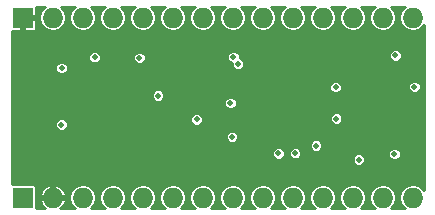
<source format=gbr>
G04 #@! TF.GenerationSoftware,KiCad,Pcbnew,(2017-08-02 revision 9760937)-master*
G04 #@! TF.CreationDate,2017-09-04T14:54:41-05:00*
G04 #@! TF.ProjectId,lofive,6C6F666976652E6B696361645F706362,0*
G04 #@! TF.SameCoordinates,Original*
G04 #@! TF.FileFunction,Copper,L2,Inr,Plane*
G04 #@! TF.FilePolarity,Positive*
%FSLAX46Y46*%
G04 Gerber Fmt 4.6, Leading zero omitted, Abs format (unit mm)*
G04 Created by KiCad (PCBNEW (2017-08-02 revision 9760937)-master) date Mon Sep  4 14:54:41 2017*
%MOMM*%
%LPD*%
G01*
G04 APERTURE LIST*
%ADD10O,1.727200X1.727200*%
%ADD11R,1.727200X1.727200*%
%ADD12C,0.508000*%
%ADD13C,0.254000*%
G04 APERTURE END LIST*
D10*
X135890000Y-110490000D03*
X133350000Y-110490000D03*
X130810000Y-110490000D03*
X128270000Y-110490000D03*
X125730000Y-110490000D03*
X123190000Y-110490000D03*
X120650000Y-110490000D03*
X118110000Y-110490000D03*
X115570000Y-110490000D03*
X113030000Y-110490000D03*
X110490000Y-110490000D03*
X107950000Y-110490000D03*
X105410000Y-110490000D03*
D11*
X102870000Y-110490000D03*
X102870000Y-125730000D03*
D10*
X105410000Y-125730000D03*
X107950000Y-125730000D03*
X110490000Y-125730000D03*
X113030000Y-125730000D03*
X115570000Y-125730000D03*
X118110000Y-125730000D03*
X120650000Y-125730000D03*
X123190000Y-125730000D03*
X125730000Y-125730000D03*
X128270000Y-125730000D03*
X130810000Y-125730000D03*
X133350000Y-125730000D03*
X135890000Y-125730000D03*
D12*
X114331510Y-117113523D03*
X112758220Y-113903760D03*
X121920000Y-126365000D03*
X106680000Y-126365000D03*
X109220000Y-126365000D03*
X111760000Y-126365000D03*
X106680000Y-109855000D03*
X109220000Y-109855000D03*
X111760000Y-109855000D03*
X114300000Y-109855000D03*
X116840000Y-109855000D03*
X119380000Y-109855000D03*
X121920000Y-109855000D03*
X124460000Y-109855000D03*
X127000000Y-109855000D03*
X129540000Y-109855000D03*
X132080000Y-109855000D03*
X134620000Y-109855000D03*
X134620000Y-126365000D03*
X132080000Y-126365000D03*
X129540000Y-126365000D03*
X127000000Y-126365000D03*
X124460000Y-126365000D03*
X119380000Y-126365000D03*
X116840000Y-126365000D03*
X114300000Y-126365000D03*
X114823240Y-121752360D03*
X114782600Y-118054120D03*
X125960000Y-116260000D03*
X124850000Y-116260000D03*
X123740000Y-116270000D03*
X122630000Y-116270000D03*
X122630000Y-117370000D03*
X125960000Y-117380000D03*
X124850000Y-117370000D03*
X123740000Y-117370000D03*
X122620000Y-118490000D03*
X125960000Y-118490000D03*
X124850000Y-118490000D03*
X123740000Y-118490000D03*
X122630000Y-119600000D03*
X123740000Y-119600000D03*
X125970000Y-119600000D03*
X124860000Y-119600000D03*
X103949500Y-120535700D03*
X103969820Y-115722400D03*
X106809540Y-121749820D03*
X106809540Y-116951760D03*
X111201200Y-113096040D03*
X118221760Y-115069620D03*
X118214140Y-113814860D03*
X112776000Y-121135140D03*
X120566180Y-123032520D03*
X118778020Y-121483120D03*
X132831840Y-112905540D03*
X130164842Y-116380260D03*
X131272280Y-116319300D03*
X132341620Y-119029480D03*
X135356600Y-120396000D03*
X132351780Y-122029220D03*
X130164840Y-119039640D03*
X127302260Y-123085860D03*
X125917960Y-123085860D03*
X120454420Y-117729000D03*
X136019540Y-116359940D03*
X134416800Y-113687860D03*
X117599460Y-119100600D03*
X129413000Y-119052340D03*
X120705880Y-113830100D03*
X106144060Y-119562880D03*
X125933200Y-121973340D03*
X124508680Y-121980960D03*
X120586500Y-120590680D03*
X129378507Y-116381327D03*
X121104660Y-114416840D03*
X108960920Y-113845340D03*
X106156760Y-114759740D03*
X127701040Y-121343420D03*
X134350000Y-122047000D03*
X131330700Y-122519440D03*
D13*
G36*
X104601777Y-109659384D02*
X104354006Y-110030200D01*
X104267000Y-110467607D01*
X104267000Y-110512393D01*
X104354006Y-110949800D01*
X104601777Y-111320616D01*
X104972593Y-111568387D01*
X105410000Y-111655393D01*
X105847407Y-111568387D01*
X106218223Y-111320616D01*
X106465994Y-110949800D01*
X106553000Y-110512393D01*
X106553000Y-110467607D01*
X106465994Y-110030200D01*
X106218223Y-109659384D01*
X106091035Y-109574400D01*
X107268965Y-109574400D01*
X107141777Y-109659384D01*
X106894006Y-110030200D01*
X106807000Y-110467607D01*
X106807000Y-110512393D01*
X106894006Y-110949800D01*
X107141777Y-111320616D01*
X107512593Y-111568387D01*
X107950000Y-111655393D01*
X108387407Y-111568387D01*
X108758223Y-111320616D01*
X109005994Y-110949800D01*
X109093000Y-110512393D01*
X109093000Y-110467607D01*
X109005994Y-110030200D01*
X108758223Y-109659384D01*
X108631035Y-109574400D01*
X109808965Y-109574400D01*
X109681777Y-109659384D01*
X109434006Y-110030200D01*
X109347000Y-110467607D01*
X109347000Y-110512393D01*
X109434006Y-110949800D01*
X109681777Y-111320616D01*
X110052593Y-111568387D01*
X110490000Y-111655393D01*
X110927407Y-111568387D01*
X111298223Y-111320616D01*
X111545994Y-110949800D01*
X111633000Y-110512393D01*
X111633000Y-110467607D01*
X111545994Y-110030200D01*
X111298223Y-109659384D01*
X111171035Y-109574400D01*
X112348965Y-109574400D01*
X112221777Y-109659384D01*
X111974006Y-110030200D01*
X111887000Y-110467607D01*
X111887000Y-110512393D01*
X111974006Y-110949800D01*
X112221777Y-111320616D01*
X112592593Y-111568387D01*
X113030000Y-111655393D01*
X113467407Y-111568387D01*
X113838223Y-111320616D01*
X114085994Y-110949800D01*
X114173000Y-110512393D01*
X114173000Y-110467607D01*
X114085994Y-110030200D01*
X113838223Y-109659384D01*
X113711035Y-109574400D01*
X114888965Y-109574400D01*
X114761777Y-109659384D01*
X114514006Y-110030200D01*
X114427000Y-110467607D01*
X114427000Y-110512393D01*
X114514006Y-110949800D01*
X114761777Y-111320616D01*
X115132593Y-111568387D01*
X115570000Y-111655393D01*
X116007407Y-111568387D01*
X116378223Y-111320616D01*
X116625994Y-110949800D01*
X116713000Y-110512393D01*
X116713000Y-110467607D01*
X116625994Y-110030200D01*
X116378223Y-109659384D01*
X116251035Y-109574400D01*
X117428965Y-109574400D01*
X117301777Y-109659384D01*
X117054006Y-110030200D01*
X116967000Y-110467607D01*
X116967000Y-110512393D01*
X117054006Y-110949800D01*
X117301777Y-111320616D01*
X117672593Y-111568387D01*
X118110000Y-111655393D01*
X118547407Y-111568387D01*
X118918223Y-111320616D01*
X119165994Y-110949800D01*
X119253000Y-110512393D01*
X119253000Y-110467607D01*
X119165994Y-110030200D01*
X118918223Y-109659384D01*
X118791035Y-109574400D01*
X119968965Y-109574400D01*
X119841777Y-109659384D01*
X119594006Y-110030200D01*
X119507000Y-110467607D01*
X119507000Y-110512393D01*
X119594006Y-110949800D01*
X119841777Y-111320616D01*
X120212593Y-111568387D01*
X120650000Y-111655393D01*
X121087407Y-111568387D01*
X121458223Y-111320616D01*
X121705994Y-110949800D01*
X121793000Y-110512393D01*
X121793000Y-110467607D01*
X121705994Y-110030200D01*
X121458223Y-109659384D01*
X121331035Y-109574400D01*
X122508965Y-109574400D01*
X122381777Y-109659384D01*
X122134006Y-110030200D01*
X122047000Y-110467607D01*
X122047000Y-110512393D01*
X122134006Y-110949800D01*
X122381777Y-111320616D01*
X122752593Y-111568387D01*
X123190000Y-111655393D01*
X123627407Y-111568387D01*
X123998223Y-111320616D01*
X124245994Y-110949800D01*
X124333000Y-110512393D01*
X124333000Y-110467607D01*
X124245994Y-110030200D01*
X123998223Y-109659384D01*
X123871035Y-109574400D01*
X125048965Y-109574400D01*
X124921777Y-109659384D01*
X124674006Y-110030200D01*
X124587000Y-110467607D01*
X124587000Y-110512393D01*
X124674006Y-110949800D01*
X124921777Y-111320616D01*
X125292593Y-111568387D01*
X125730000Y-111655393D01*
X126167407Y-111568387D01*
X126538223Y-111320616D01*
X126785994Y-110949800D01*
X126873000Y-110512393D01*
X126873000Y-110467607D01*
X126785994Y-110030200D01*
X126538223Y-109659384D01*
X126411035Y-109574400D01*
X127588965Y-109574400D01*
X127461777Y-109659384D01*
X127214006Y-110030200D01*
X127127000Y-110467607D01*
X127127000Y-110512393D01*
X127214006Y-110949800D01*
X127461777Y-111320616D01*
X127832593Y-111568387D01*
X128270000Y-111655393D01*
X128707407Y-111568387D01*
X129078223Y-111320616D01*
X129325994Y-110949800D01*
X129413000Y-110512393D01*
X129413000Y-110467607D01*
X129325994Y-110030200D01*
X129078223Y-109659384D01*
X128951035Y-109574400D01*
X130128965Y-109574400D01*
X130001777Y-109659384D01*
X129754006Y-110030200D01*
X129667000Y-110467607D01*
X129667000Y-110512393D01*
X129754006Y-110949800D01*
X130001777Y-111320616D01*
X130372593Y-111568387D01*
X130810000Y-111655393D01*
X131247407Y-111568387D01*
X131618223Y-111320616D01*
X131865994Y-110949800D01*
X131953000Y-110512393D01*
X131953000Y-110467607D01*
X131865994Y-110030200D01*
X131618223Y-109659384D01*
X131491035Y-109574400D01*
X132668965Y-109574400D01*
X132541777Y-109659384D01*
X132294006Y-110030200D01*
X132207000Y-110467607D01*
X132207000Y-110512393D01*
X132294006Y-110949800D01*
X132541777Y-111320616D01*
X132912593Y-111568387D01*
X133350000Y-111655393D01*
X133787407Y-111568387D01*
X134158223Y-111320616D01*
X134405994Y-110949800D01*
X134493000Y-110512393D01*
X134493000Y-110467607D01*
X134405994Y-110030200D01*
X134158223Y-109659384D01*
X134031035Y-109574400D01*
X135208965Y-109574400D01*
X135081777Y-109659384D01*
X134834006Y-110030200D01*
X134747000Y-110467607D01*
X134747000Y-110512393D01*
X134834006Y-110949800D01*
X135081777Y-111320616D01*
X135452593Y-111568387D01*
X135890000Y-111655393D01*
X136327407Y-111568387D01*
X136698223Y-111320616D01*
X136805600Y-111159915D01*
X136805600Y-125060085D01*
X136698223Y-124899384D01*
X136327407Y-124651613D01*
X135890000Y-124564607D01*
X135452593Y-124651613D01*
X135081777Y-124899384D01*
X134834006Y-125270200D01*
X134747000Y-125707607D01*
X134747000Y-125752393D01*
X134834006Y-126189800D01*
X135081777Y-126560616D01*
X135208965Y-126645600D01*
X134031035Y-126645600D01*
X134158223Y-126560616D01*
X134405994Y-126189800D01*
X134493000Y-125752393D01*
X134493000Y-125707607D01*
X134405994Y-125270200D01*
X134158223Y-124899384D01*
X133787407Y-124651613D01*
X133350000Y-124564607D01*
X132912593Y-124651613D01*
X132541777Y-124899384D01*
X132294006Y-125270200D01*
X132207000Y-125707607D01*
X132207000Y-125752393D01*
X132294006Y-126189800D01*
X132541777Y-126560616D01*
X132668965Y-126645600D01*
X131491035Y-126645600D01*
X131618223Y-126560616D01*
X131865994Y-126189800D01*
X131953000Y-125752393D01*
X131953000Y-125707607D01*
X131865994Y-125270200D01*
X131618223Y-124899384D01*
X131247407Y-124651613D01*
X130810000Y-124564607D01*
X130372593Y-124651613D01*
X130001777Y-124899384D01*
X129754006Y-125270200D01*
X129667000Y-125707607D01*
X129667000Y-125752393D01*
X129754006Y-126189800D01*
X130001777Y-126560616D01*
X130128965Y-126645600D01*
X128951035Y-126645600D01*
X129078223Y-126560616D01*
X129325994Y-126189800D01*
X129413000Y-125752393D01*
X129413000Y-125707607D01*
X129325994Y-125270200D01*
X129078223Y-124899384D01*
X128707407Y-124651613D01*
X128270000Y-124564607D01*
X127832593Y-124651613D01*
X127461777Y-124899384D01*
X127214006Y-125270200D01*
X127127000Y-125707607D01*
X127127000Y-125752393D01*
X127214006Y-126189800D01*
X127461777Y-126560616D01*
X127588965Y-126645600D01*
X126411035Y-126645600D01*
X126538223Y-126560616D01*
X126785994Y-126189800D01*
X126873000Y-125752393D01*
X126873000Y-125707607D01*
X126785994Y-125270200D01*
X126538223Y-124899384D01*
X126167407Y-124651613D01*
X125730000Y-124564607D01*
X125292593Y-124651613D01*
X124921777Y-124899384D01*
X124674006Y-125270200D01*
X124587000Y-125707607D01*
X124587000Y-125752393D01*
X124674006Y-126189800D01*
X124921777Y-126560616D01*
X125048965Y-126645600D01*
X123871035Y-126645600D01*
X123998223Y-126560616D01*
X124245994Y-126189800D01*
X124333000Y-125752393D01*
X124333000Y-125707607D01*
X124245994Y-125270200D01*
X123998223Y-124899384D01*
X123627407Y-124651613D01*
X123190000Y-124564607D01*
X122752593Y-124651613D01*
X122381777Y-124899384D01*
X122134006Y-125270200D01*
X122047000Y-125707607D01*
X122047000Y-125752393D01*
X122134006Y-126189800D01*
X122381777Y-126560616D01*
X122508965Y-126645600D01*
X121331035Y-126645600D01*
X121458223Y-126560616D01*
X121705994Y-126189800D01*
X121793000Y-125752393D01*
X121793000Y-125707607D01*
X121705994Y-125270200D01*
X121458223Y-124899384D01*
X121087407Y-124651613D01*
X120650000Y-124564607D01*
X120212593Y-124651613D01*
X119841777Y-124899384D01*
X119594006Y-125270200D01*
X119507000Y-125707607D01*
X119507000Y-125752393D01*
X119594006Y-126189800D01*
X119841777Y-126560616D01*
X119968965Y-126645600D01*
X118791035Y-126645600D01*
X118918223Y-126560616D01*
X119165994Y-126189800D01*
X119253000Y-125752393D01*
X119253000Y-125707607D01*
X119165994Y-125270200D01*
X118918223Y-124899384D01*
X118547407Y-124651613D01*
X118110000Y-124564607D01*
X117672593Y-124651613D01*
X117301777Y-124899384D01*
X117054006Y-125270200D01*
X116967000Y-125707607D01*
X116967000Y-125752393D01*
X117054006Y-126189800D01*
X117301777Y-126560616D01*
X117428965Y-126645600D01*
X116251035Y-126645600D01*
X116378223Y-126560616D01*
X116625994Y-126189800D01*
X116713000Y-125752393D01*
X116713000Y-125707607D01*
X116625994Y-125270200D01*
X116378223Y-124899384D01*
X116007407Y-124651613D01*
X115570000Y-124564607D01*
X115132593Y-124651613D01*
X114761777Y-124899384D01*
X114514006Y-125270200D01*
X114427000Y-125707607D01*
X114427000Y-125752393D01*
X114514006Y-126189800D01*
X114761777Y-126560616D01*
X114888965Y-126645600D01*
X113711035Y-126645600D01*
X113838223Y-126560616D01*
X114085994Y-126189800D01*
X114173000Y-125752393D01*
X114173000Y-125707607D01*
X114085994Y-125270200D01*
X113838223Y-124899384D01*
X113467407Y-124651613D01*
X113030000Y-124564607D01*
X112592593Y-124651613D01*
X112221777Y-124899384D01*
X111974006Y-125270200D01*
X111887000Y-125707607D01*
X111887000Y-125752393D01*
X111974006Y-126189800D01*
X112221777Y-126560616D01*
X112348965Y-126645600D01*
X111171035Y-126645600D01*
X111298223Y-126560616D01*
X111545994Y-126189800D01*
X111633000Y-125752393D01*
X111633000Y-125707607D01*
X111545994Y-125270200D01*
X111298223Y-124899384D01*
X110927407Y-124651613D01*
X110490000Y-124564607D01*
X110052593Y-124651613D01*
X109681777Y-124899384D01*
X109434006Y-125270200D01*
X109347000Y-125707607D01*
X109347000Y-125752393D01*
X109434006Y-126189800D01*
X109681777Y-126560616D01*
X109808965Y-126645600D01*
X108631035Y-126645600D01*
X108758223Y-126560616D01*
X109005994Y-126189800D01*
X109093000Y-125752393D01*
X109093000Y-125707607D01*
X109005994Y-125270200D01*
X108758223Y-124899384D01*
X108387407Y-124651613D01*
X107950000Y-124564607D01*
X107512593Y-124651613D01*
X107141777Y-124899384D01*
X106894006Y-125270200D01*
X106807000Y-125707607D01*
X106807000Y-125752393D01*
X106894006Y-126189800D01*
X107141777Y-126560616D01*
X107268965Y-126645600D01*
X106065126Y-126645600D01*
X106312187Y-126431810D01*
X106512083Y-126033136D01*
X106476085Y-125857000D01*
X105537000Y-125857000D01*
X105537000Y-125877000D01*
X105283000Y-125877000D01*
X105283000Y-125857000D01*
X104343915Y-125857000D01*
X104307917Y-126033136D01*
X104507813Y-126431810D01*
X104754874Y-126645600D01*
X104008129Y-126645600D01*
X104018473Y-126593600D01*
X104018473Y-125426864D01*
X104307917Y-125426864D01*
X104343915Y-125603000D01*
X105283000Y-125603000D01*
X105283000Y-124664391D01*
X105537000Y-124664391D01*
X105537000Y-125603000D01*
X106476085Y-125603000D01*
X106512083Y-125426864D01*
X106312187Y-125028190D01*
X105974941Y-124736360D01*
X105713134Y-124627929D01*
X105537000Y-124664391D01*
X105283000Y-124664391D01*
X105106866Y-124627929D01*
X104845059Y-124736360D01*
X104507813Y-125028190D01*
X104307917Y-125426864D01*
X104018473Y-125426864D01*
X104018473Y-124866400D01*
X103996788Y-124757384D01*
X103935036Y-124664964D01*
X103842616Y-124603212D01*
X103733600Y-124581527D01*
X102006400Y-124581527D01*
X101954400Y-124591871D01*
X101954400Y-122625074D01*
X130797208Y-122625074D01*
X130878242Y-122821192D01*
X131028159Y-122971371D01*
X131224135Y-123052747D01*
X131436334Y-123052932D01*
X131632452Y-122971898D01*
X131782631Y-122821981D01*
X131864007Y-122626005D01*
X131864192Y-122413806D01*
X131783158Y-122217688D01*
X131718218Y-122152634D01*
X133816508Y-122152634D01*
X133897542Y-122348752D01*
X134047459Y-122498931D01*
X134243435Y-122580307D01*
X134455634Y-122580492D01*
X134651752Y-122499458D01*
X134801931Y-122349541D01*
X134883307Y-122153565D01*
X134883492Y-121941366D01*
X134802458Y-121745248D01*
X134652541Y-121595069D01*
X134456565Y-121513693D01*
X134244366Y-121513508D01*
X134048248Y-121594542D01*
X133898069Y-121744459D01*
X133816693Y-121940435D01*
X133816508Y-122152634D01*
X131718218Y-122152634D01*
X131633241Y-122067509D01*
X131437265Y-121986133D01*
X131225066Y-121985948D01*
X131028948Y-122066982D01*
X130878769Y-122216899D01*
X130797393Y-122412875D01*
X130797208Y-122625074D01*
X101954400Y-122625074D01*
X101954400Y-122086594D01*
X123975188Y-122086594D01*
X124056222Y-122282712D01*
X124206139Y-122432891D01*
X124402115Y-122514267D01*
X124614314Y-122514452D01*
X124810432Y-122433418D01*
X124960611Y-122283501D01*
X125041987Y-122087525D01*
X125041994Y-122078974D01*
X125399708Y-122078974D01*
X125480742Y-122275092D01*
X125630659Y-122425271D01*
X125826635Y-122506647D01*
X126038834Y-122506832D01*
X126234952Y-122425798D01*
X126385131Y-122275881D01*
X126466507Y-122079905D01*
X126466692Y-121867706D01*
X126385658Y-121671588D01*
X126235741Y-121521409D01*
X126061491Y-121449054D01*
X127167548Y-121449054D01*
X127248582Y-121645172D01*
X127398499Y-121795351D01*
X127594475Y-121876727D01*
X127806674Y-121876912D01*
X128002792Y-121795878D01*
X128152971Y-121645961D01*
X128234347Y-121449985D01*
X128234532Y-121237786D01*
X128153498Y-121041668D01*
X128003581Y-120891489D01*
X127807605Y-120810113D01*
X127595406Y-120809928D01*
X127399288Y-120890962D01*
X127249109Y-121040879D01*
X127167733Y-121236855D01*
X127167548Y-121449054D01*
X126061491Y-121449054D01*
X126039765Y-121440033D01*
X125827566Y-121439848D01*
X125631448Y-121520882D01*
X125481269Y-121670799D01*
X125399893Y-121866775D01*
X125399708Y-122078974D01*
X125041994Y-122078974D01*
X125042172Y-121875326D01*
X124961138Y-121679208D01*
X124811221Y-121529029D01*
X124615245Y-121447653D01*
X124403046Y-121447468D01*
X124206928Y-121528502D01*
X124056749Y-121678419D01*
X123975373Y-121874395D01*
X123975188Y-122086594D01*
X101954400Y-122086594D01*
X101954400Y-120696314D01*
X120053008Y-120696314D01*
X120134042Y-120892432D01*
X120283959Y-121042611D01*
X120479935Y-121123987D01*
X120692134Y-121124172D01*
X120888252Y-121043138D01*
X121038431Y-120893221D01*
X121119807Y-120697245D01*
X121119992Y-120485046D01*
X121038958Y-120288928D01*
X120889041Y-120138749D01*
X120693065Y-120057373D01*
X120480866Y-120057188D01*
X120284748Y-120138222D01*
X120134569Y-120288139D01*
X120053193Y-120484115D01*
X120053008Y-120696314D01*
X101954400Y-120696314D01*
X101954400Y-119668514D01*
X105610568Y-119668514D01*
X105691602Y-119864632D01*
X105841519Y-120014811D01*
X106037495Y-120096187D01*
X106249694Y-120096372D01*
X106445812Y-120015338D01*
X106595991Y-119865421D01*
X106677367Y-119669445D01*
X106677552Y-119457246D01*
X106596518Y-119261128D01*
X106541720Y-119206234D01*
X117065968Y-119206234D01*
X117147002Y-119402352D01*
X117296919Y-119552531D01*
X117492895Y-119633907D01*
X117705094Y-119634092D01*
X117901212Y-119553058D01*
X118051391Y-119403141D01*
X118132767Y-119207165D01*
X118132809Y-119157974D01*
X128879508Y-119157974D01*
X128960542Y-119354092D01*
X129110459Y-119504271D01*
X129306435Y-119585647D01*
X129518634Y-119585832D01*
X129714752Y-119504798D01*
X129864931Y-119354881D01*
X129946307Y-119158905D01*
X129946492Y-118946706D01*
X129865458Y-118750588D01*
X129715541Y-118600409D01*
X129519565Y-118519033D01*
X129307366Y-118518848D01*
X129111248Y-118599882D01*
X128961069Y-118749799D01*
X128879693Y-118945775D01*
X128879508Y-119157974D01*
X118132809Y-119157974D01*
X118132952Y-118994966D01*
X118051918Y-118798848D01*
X117902001Y-118648669D01*
X117706025Y-118567293D01*
X117493826Y-118567108D01*
X117297708Y-118648142D01*
X117147529Y-118798059D01*
X117066153Y-118994035D01*
X117065968Y-119206234D01*
X106541720Y-119206234D01*
X106446601Y-119110949D01*
X106250625Y-119029573D01*
X106038426Y-119029388D01*
X105842308Y-119110422D01*
X105692129Y-119260339D01*
X105610753Y-119456315D01*
X105610568Y-119668514D01*
X101954400Y-119668514D01*
X101954400Y-117834634D01*
X119920928Y-117834634D01*
X120001962Y-118030752D01*
X120151879Y-118180931D01*
X120347855Y-118262307D01*
X120560054Y-118262492D01*
X120756172Y-118181458D01*
X120906351Y-118031541D01*
X120987727Y-117835565D01*
X120987912Y-117623366D01*
X120906878Y-117427248D01*
X120756961Y-117277069D01*
X120560985Y-117195693D01*
X120348786Y-117195508D01*
X120152668Y-117276542D01*
X120002489Y-117426459D01*
X119921113Y-117622435D01*
X119920928Y-117834634D01*
X101954400Y-117834634D01*
X101954400Y-117219157D01*
X113798018Y-117219157D01*
X113879052Y-117415275D01*
X114028969Y-117565454D01*
X114224945Y-117646830D01*
X114437144Y-117647015D01*
X114633262Y-117565981D01*
X114783441Y-117416064D01*
X114864817Y-117220088D01*
X114865002Y-117007889D01*
X114783968Y-116811771D01*
X114634051Y-116661592D01*
X114438075Y-116580216D01*
X114225876Y-116580031D01*
X114029758Y-116661065D01*
X113879579Y-116810982D01*
X113798203Y-117006958D01*
X113798018Y-117219157D01*
X101954400Y-117219157D01*
X101954400Y-116486961D01*
X128845015Y-116486961D01*
X128926049Y-116683079D01*
X129075966Y-116833258D01*
X129271942Y-116914634D01*
X129484141Y-116914819D01*
X129680259Y-116833785D01*
X129830438Y-116683868D01*
X129911814Y-116487892D01*
X129911833Y-116465574D01*
X135486048Y-116465574D01*
X135567082Y-116661692D01*
X135716999Y-116811871D01*
X135912975Y-116893247D01*
X136125174Y-116893432D01*
X136321292Y-116812398D01*
X136471471Y-116662481D01*
X136552847Y-116466505D01*
X136553032Y-116254306D01*
X136471998Y-116058188D01*
X136322081Y-115908009D01*
X136126105Y-115826633D01*
X135913906Y-115826448D01*
X135717788Y-115907482D01*
X135567609Y-116057399D01*
X135486233Y-116253375D01*
X135486048Y-116465574D01*
X129911833Y-116465574D01*
X129911999Y-116275693D01*
X129830965Y-116079575D01*
X129681048Y-115929396D01*
X129485072Y-115848020D01*
X129272873Y-115847835D01*
X129076755Y-115928869D01*
X128926576Y-116078786D01*
X128845200Y-116274762D01*
X128845015Y-116486961D01*
X101954400Y-116486961D01*
X101954400Y-114865374D01*
X105623268Y-114865374D01*
X105704302Y-115061492D01*
X105854219Y-115211671D01*
X106050195Y-115293047D01*
X106262394Y-115293232D01*
X106458512Y-115212198D01*
X106608691Y-115062281D01*
X106690067Y-114866305D01*
X106690252Y-114654106D01*
X106609218Y-114457988D01*
X106459301Y-114307809D01*
X106263325Y-114226433D01*
X106051126Y-114226248D01*
X105855008Y-114307282D01*
X105704829Y-114457199D01*
X105623453Y-114653175D01*
X105623268Y-114865374D01*
X101954400Y-114865374D01*
X101954400Y-113950974D01*
X108427428Y-113950974D01*
X108508462Y-114147092D01*
X108658379Y-114297271D01*
X108854355Y-114378647D01*
X109066554Y-114378832D01*
X109262672Y-114297798D01*
X109412851Y-114147881D01*
X109470355Y-114009394D01*
X112224728Y-114009394D01*
X112305762Y-114205512D01*
X112455679Y-114355691D01*
X112651655Y-114437067D01*
X112863854Y-114437252D01*
X113059972Y-114356218D01*
X113210151Y-114206301D01*
X113291527Y-114010325D01*
X113291592Y-113935734D01*
X120172388Y-113935734D01*
X120253422Y-114131852D01*
X120403339Y-114282031D01*
X120571317Y-114351781D01*
X120571168Y-114522474D01*
X120652202Y-114718592D01*
X120802119Y-114868771D01*
X120998095Y-114950147D01*
X121210294Y-114950332D01*
X121406412Y-114869298D01*
X121556591Y-114719381D01*
X121637967Y-114523405D01*
X121638152Y-114311206D01*
X121557118Y-114115088D01*
X121407201Y-113964909D01*
X121239223Y-113895159D01*
X121239311Y-113793494D01*
X133883308Y-113793494D01*
X133964342Y-113989612D01*
X134114259Y-114139791D01*
X134310235Y-114221167D01*
X134522434Y-114221352D01*
X134718552Y-114140318D01*
X134868731Y-113990401D01*
X134950107Y-113794425D01*
X134950292Y-113582226D01*
X134869258Y-113386108D01*
X134719341Y-113235929D01*
X134523365Y-113154553D01*
X134311166Y-113154368D01*
X134115048Y-113235402D01*
X133964869Y-113385319D01*
X133883493Y-113581295D01*
X133883308Y-113793494D01*
X121239311Y-113793494D01*
X121239372Y-113724466D01*
X121158338Y-113528348D01*
X121008421Y-113378169D01*
X120812445Y-113296793D01*
X120600246Y-113296608D01*
X120404128Y-113377642D01*
X120253949Y-113527559D01*
X120172573Y-113723535D01*
X120172388Y-113935734D01*
X113291592Y-113935734D01*
X113291712Y-113798126D01*
X113210678Y-113602008D01*
X113060761Y-113451829D01*
X112864785Y-113370453D01*
X112652586Y-113370268D01*
X112456468Y-113451302D01*
X112306289Y-113601219D01*
X112224913Y-113797195D01*
X112224728Y-114009394D01*
X109470355Y-114009394D01*
X109494227Y-113951905D01*
X109494412Y-113739706D01*
X109413378Y-113543588D01*
X109263461Y-113393409D01*
X109067485Y-113312033D01*
X108855286Y-113311848D01*
X108659168Y-113392882D01*
X108508989Y-113542799D01*
X108427613Y-113738775D01*
X108427428Y-113950974D01*
X101954400Y-113950974D01*
X101954400Y-111633000D01*
X102673150Y-111633000D01*
X102743000Y-111563150D01*
X102743000Y-110617000D01*
X102997000Y-110617000D01*
X102997000Y-111563150D01*
X103066850Y-111633000D01*
X103789176Y-111633000D01*
X103891867Y-111590464D01*
X103970464Y-111511867D01*
X104013000Y-111409176D01*
X104013000Y-110686850D01*
X103943150Y-110617000D01*
X102997000Y-110617000D01*
X102743000Y-110617000D01*
X102723000Y-110617000D01*
X102723000Y-110363000D01*
X102743000Y-110363000D01*
X102743000Y-110343000D01*
X102997000Y-110343000D01*
X102997000Y-110363000D01*
X103943150Y-110363000D01*
X104013000Y-110293150D01*
X104013000Y-109574400D01*
X104728965Y-109574400D01*
X104601777Y-109659384D01*
X104601777Y-109659384D01*
G37*
X104601777Y-109659384D02*
X104354006Y-110030200D01*
X104267000Y-110467607D01*
X104267000Y-110512393D01*
X104354006Y-110949800D01*
X104601777Y-111320616D01*
X104972593Y-111568387D01*
X105410000Y-111655393D01*
X105847407Y-111568387D01*
X106218223Y-111320616D01*
X106465994Y-110949800D01*
X106553000Y-110512393D01*
X106553000Y-110467607D01*
X106465994Y-110030200D01*
X106218223Y-109659384D01*
X106091035Y-109574400D01*
X107268965Y-109574400D01*
X107141777Y-109659384D01*
X106894006Y-110030200D01*
X106807000Y-110467607D01*
X106807000Y-110512393D01*
X106894006Y-110949800D01*
X107141777Y-111320616D01*
X107512593Y-111568387D01*
X107950000Y-111655393D01*
X108387407Y-111568387D01*
X108758223Y-111320616D01*
X109005994Y-110949800D01*
X109093000Y-110512393D01*
X109093000Y-110467607D01*
X109005994Y-110030200D01*
X108758223Y-109659384D01*
X108631035Y-109574400D01*
X109808965Y-109574400D01*
X109681777Y-109659384D01*
X109434006Y-110030200D01*
X109347000Y-110467607D01*
X109347000Y-110512393D01*
X109434006Y-110949800D01*
X109681777Y-111320616D01*
X110052593Y-111568387D01*
X110490000Y-111655393D01*
X110927407Y-111568387D01*
X111298223Y-111320616D01*
X111545994Y-110949800D01*
X111633000Y-110512393D01*
X111633000Y-110467607D01*
X111545994Y-110030200D01*
X111298223Y-109659384D01*
X111171035Y-109574400D01*
X112348965Y-109574400D01*
X112221777Y-109659384D01*
X111974006Y-110030200D01*
X111887000Y-110467607D01*
X111887000Y-110512393D01*
X111974006Y-110949800D01*
X112221777Y-111320616D01*
X112592593Y-111568387D01*
X113030000Y-111655393D01*
X113467407Y-111568387D01*
X113838223Y-111320616D01*
X114085994Y-110949800D01*
X114173000Y-110512393D01*
X114173000Y-110467607D01*
X114085994Y-110030200D01*
X113838223Y-109659384D01*
X113711035Y-109574400D01*
X114888965Y-109574400D01*
X114761777Y-109659384D01*
X114514006Y-110030200D01*
X114427000Y-110467607D01*
X114427000Y-110512393D01*
X114514006Y-110949800D01*
X114761777Y-111320616D01*
X115132593Y-111568387D01*
X115570000Y-111655393D01*
X116007407Y-111568387D01*
X116378223Y-111320616D01*
X116625994Y-110949800D01*
X116713000Y-110512393D01*
X116713000Y-110467607D01*
X116625994Y-110030200D01*
X116378223Y-109659384D01*
X116251035Y-109574400D01*
X117428965Y-109574400D01*
X117301777Y-109659384D01*
X117054006Y-110030200D01*
X116967000Y-110467607D01*
X116967000Y-110512393D01*
X117054006Y-110949800D01*
X117301777Y-111320616D01*
X117672593Y-111568387D01*
X118110000Y-111655393D01*
X118547407Y-111568387D01*
X118918223Y-111320616D01*
X119165994Y-110949800D01*
X119253000Y-110512393D01*
X119253000Y-110467607D01*
X119165994Y-110030200D01*
X118918223Y-109659384D01*
X118791035Y-109574400D01*
X119968965Y-109574400D01*
X119841777Y-109659384D01*
X119594006Y-110030200D01*
X119507000Y-110467607D01*
X119507000Y-110512393D01*
X119594006Y-110949800D01*
X119841777Y-111320616D01*
X120212593Y-111568387D01*
X120650000Y-111655393D01*
X121087407Y-111568387D01*
X121458223Y-111320616D01*
X121705994Y-110949800D01*
X121793000Y-110512393D01*
X121793000Y-110467607D01*
X121705994Y-110030200D01*
X121458223Y-109659384D01*
X121331035Y-109574400D01*
X122508965Y-109574400D01*
X122381777Y-109659384D01*
X122134006Y-110030200D01*
X122047000Y-110467607D01*
X122047000Y-110512393D01*
X122134006Y-110949800D01*
X122381777Y-111320616D01*
X122752593Y-111568387D01*
X123190000Y-111655393D01*
X123627407Y-111568387D01*
X123998223Y-111320616D01*
X124245994Y-110949800D01*
X124333000Y-110512393D01*
X124333000Y-110467607D01*
X124245994Y-110030200D01*
X123998223Y-109659384D01*
X123871035Y-109574400D01*
X125048965Y-109574400D01*
X124921777Y-109659384D01*
X124674006Y-110030200D01*
X124587000Y-110467607D01*
X124587000Y-110512393D01*
X124674006Y-110949800D01*
X124921777Y-111320616D01*
X125292593Y-111568387D01*
X125730000Y-111655393D01*
X126167407Y-111568387D01*
X126538223Y-111320616D01*
X126785994Y-110949800D01*
X126873000Y-110512393D01*
X126873000Y-110467607D01*
X126785994Y-110030200D01*
X126538223Y-109659384D01*
X126411035Y-109574400D01*
X127588965Y-109574400D01*
X127461777Y-109659384D01*
X127214006Y-110030200D01*
X127127000Y-110467607D01*
X127127000Y-110512393D01*
X127214006Y-110949800D01*
X127461777Y-111320616D01*
X127832593Y-111568387D01*
X128270000Y-111655393D01*
X128707407Y-111568387D01*
X129078223Y-111320616D01*
X129325994Y-110949800D01*
X129413000Y-110512393D01*
X129413000Y-110467607D01*
X129325994Y-110030200D01*
X129078223Y-109659384D01*
X128951035Y-109574400D01*
X130128965Y-109574400D01*
X130001777Y-109659384D01*
X129754006Y-110030200D01*
X129667000Y-110467607D01*
X129667000Y-110512393D01*
X129754006Y-110949800D01*
X130001777Y-111320616D01*
X130372593Y-111568387D01*
X130810000Y-111655393D01*
X131247407Y-111568387D01*
X131618223Y-111320616D01*
X131865994Y-110949800D01*
X131953000Y-110512393D01*
X131953000Y-110467607D01*
X131865994Y-110030200D01*
X131618223Y-109659384D01*
X131491035Y-109574400D01*
X132668965Y-109574400D01*
X132541777Y-109659384D01*
X132294006Y-110030200D01*
X132207000Y-110467607D01*
X132207000Y-110512393D01*
X132294006Y-110949800D01*
X132541777Y-111320616D01*
X132912593Y-111568387D01*
X133350000Y-111655393D01*
X133787407Y-111568387D01*
X134158223Y-111320616D01*
X134405994Y-110949800D01*
X134493000Y-110512393D01*
X134493000Y-110467607D01*
X134405994Y-110030200D01*
X134158223Y-109659384D01*
X134031035Y-109574400D01*
X135208965Y-109574400D01*
X135081777Y-109659384D01*
X134834006Y-110030200D01*
X134747000Y-110467607D01*
X134747000Y-110512393D01*
X134834006Y-110949800D01*
X135081777Y-111320616D01*
X135452593Y-111568387D01*
X135890000Y-111655393D01*
X136327407Y-111568387D01*
X136698223Y-111320616D01*
X136805600Y-111159915D01*
X136805600Y-125060085D01*
X136698223Y-124899384D01*
X136327407Y-124651613D01*
X135890000Y-124564607D01*
X135452593Y-124651613D01*
X135081777Y-124899384D01*
X134834006Y-125270200D01*
X134747000Y-125707607D01*
X134747000Y-125752393D01*
X134834006Y-126189800D01*
X135081777Y-126560616D01*
X135208965Y-126645600D01*
X134031035Y-126645600D01*
X134158223Y-126560616D01*
X134405994Y-126189800D01*
X134493000Y-125752393D01*
X134493000Y-125707607D01*
X134405994Y-125270200D01*
X134158223Y-124899384D01*
X133787407Y-124651613D01*
X133350000Y-124564607D01*
X132912593Y-124651613D01*
X132541777Y-124899384D01*
X132294006Y-125270200D01*
X132207000Y-125707607D01*
X132207000Y-125752393D01*
X132294006Y-126189800D01*
X132541777Y-126560616D01*
X132668965Y-126645600D01*
X131491035Y-126645600D01*
X131618223Y-126560616D01*
X131865994Y-126189800D01*
X131953000Y-125752393D01*
X131953000Y-125707607D01*
X131865994Y-125270200D01*
X131618223Y-124899384D01*
X131247407Y-124651613D01*
X130810000Y-124564607D01*
X130372593Y-124651613D01*
X130001777Y-124899384D01*
X129754006Y-125270200D01*
X129667000Y-125707607D01*
X129667000Y-125752393D01*
X129754006Y-126189800D01*
X130001777Y-126560616D01*
X130128965Y-126645600D01*
X128951035Y-126645600D01*
X129078223Y-126560616D01*
X129325994Y-126189800D01*
X129413000Y-125752393D01*
X129413000Y-125707607D01*
X129325994Y-125270200D01*
X129078223Y-124899384D01*
X128707407Y-124651613D01*
X128270000Y-124564607D01*
X127832593Y-124651613D01*
X127461777Y-124899384D01*
X127214006Y-125270200D01*
X127127000Y-125707607D01*
X127127000Y-125752393D01*
X127214006Y-126189800D01*
X127461777Y-126560616D01*
X127588965Y-126645600D01*
X126411035Y-126645600D01*
X126538223Y-126560616D01*
X126785994Y-126189800D01*
X126873000Y-125752393D01*
X126873000Y-125707607D01*
X126785994Y-125270200D01*
X126538223Y-124899384D01*
X126167407Y-124651613D01*
X125730000Y-124564607D01*
X125292593Y-124651613D01*
X124921777Y-124899384D01*
X124674006Y-125270200D01*
X124587000Y-125707607D01*
X124587000Y-125752393D01*
X124674006Y-126189800D01*
X124921777Y-126560616D01*
X125048965Y-126645600D01*
X123871035Y-126645600D01*
X123998223Y-126560616D01*
X124245994Y-126189800D01*
X124333000Y-125752393D01*
X124333000Y-125707607D01*
X124245994Y-125270200D01*
X123998223Y-124899384D01*
X123627407Y-124651613D01*
X123190000Y-124564607D01*
X122752593Y-124651613D01*
X122381777Y-124899384D01*
X122134006Y-125270200D01*
X122047000Y-125707607D01*
X122047000Y-125752393D01*
X122134006Y-126189800D01*
X122381777Y-126560616D01*
X122508965Y-126645600D01*
X121331035Y-126645600D01*
X121458223Y-126560616D01*
X121705994Y-126189800D01*
X121793000Y-125752393D01*
X121793000Y-125707607D01*
X121705994Y-125270200D01*
X121458223Y-124899384D01*
X121087407Y-124651613D01*
X120650000Y-124564607D01*
X120212593Y-124651613D01*
X119841777Y-124899384D01*
X119594006Y-125270200D01*
X119507000Y-125707607D01*
X119507000Y-125752393D01*
X119594006Y-126189800D01*
X119841777Y-126560616D01*
X119968965Y-126645600D01*
X118791035Y-126645600D01*
X118918223Y-126560616D01*
X119165994Y-126189800D01*
X119253000Y-125752393D01*
X119253000Y-125707607D01*
X119165994Y-125270200D01*
X118918223Y-124899384D01*
X118547407Y-124651613D01*
X118110000Y-124564607D01*
X117672593Y-124651613D01*
X117301777Y-124899384D01*
X117054006Y-125270200D01*
X116967000Y-125707607D01*
X116967000Y-125752393D01*
X117054006Y-126189800D01*
X117301777Y-126560616D01*
X117428965Y-126645600D01*
X116251035Y-126645600D01*
X116378223Y-126560616D01*
X116625994Y-126189800D01*
X116713000Y-125752393D01*
X116713000Y-125707607D01*
X116625994Y-125270200D01*
X116378223Y-124899384D01*
X116007407Y-124651613D01*
X115570000Y-124564607D01*
X115132593Y-124651613D01*
X114761777Y-124899384D01*
X114514006Y-125270200D01*
X114427000Y-125707607D01*
X114427000Y-125752393D01*
X114514006Y-126189800D01*
X114761777Y-126560616D01*
X114888965Y-126645600D01*
X113711035Y-126645600D01*
X113838223Y-126560616D01*
X114085994Y-126189800D01*
X114173000Y-125752393D01*
X114173000Y-125707607D01*
X114085994Y-125270200D01*
X113838223Y-124899384D01*
X113467407Y-124651613D01*
X113030000Y-124564607D01*
X112592593Y-124651613D01*
X112221777Y-124899384D01*
X111974006Y-125270200D01*
X111887000Y-125707607D01*
X111887000Y-125752393D01*
X111974006Y-126189800D01*
X112221777Y-126560616D01*
X112348965Y-126645600D01*
X111171035Y-126645600D01*
X111298223Y-126560616D01*
X111545994Y-126189800D01*
X111633000Y-125752393D01*
X111633000Y-125707607D01*
X111545994Y-125270200D01*
X111298223Y-124899384D01*
X110927407Y-124651613D01*
X110490000Y-124564607D01*
X110052593Y-124651613D01*
X109681777Y-124899384D01*
X109434006Y-125270200D01*
X109347000Y-125707607D01*
X109347000Y-125752393D01*
X109434006Y-126189800D01*
X109681777Y-126560616D01*
X109808965Y-126645600D01*
X108631035Y-126645600D01*
X108758223Y-126560616D01*
X109005994Y-126189800D01*
X109093000Y-125752393D01*
X109093000Y-125707607D01*
X109005994Y-125270200D01*
X108758223Y-124899384D01*
X108387407Y-124651613D01*
X107950000Y-124564607D01*
X107512593Y-124651613D01*
X107141777Y-124899384D01*
X106894006Y-125270200D01*
X106807000Y-125707607D01*
X106807000Y-125752393D01*
X106894006Y-126189800D01*
X107141777Y-126560616D01*
X107268965Y-126645600D01*
X106065126Y-126645600D01*
X106312187Y-126431810D01*
X106512083Y-126033136D01*
X106476085Y-125857000D01*
X105537000Y-125857000D01*
X105537000Y-125877000D01*
X105283000Y-125877000D01*
X105283000Y-125857000D01*
X104343915Y-125857000D01*
X104307917Y-126033136D01*
X104507813Y-126431810D01*
X104754874Y-126645600D01*
X104008129Y-126645600D01*
X104018473Y-126593600D01*
X104018473Y-125426864D01*
X104307917Y-125426864D01*
X104343915Y-125603000D01*
X105283000Y-125603000D01*
X105283000Y-124664391D01*
X105537000Y-124664391D01*
X105537000Y-125603000D01*
X106476085Y-125603000D01*
X106512083Y-125426864D01*
X106312187Y-125028190D01*
X105974941Y-124736360D01*
X105713134Y-124627929D01*
X105537000Y-124664391D01*
X105283000Y-124664391D01*
X105106866Y-124627929D01*
X104845059Y-124736360D01*
X104507813Y-125028190D01*
X104307917Y-125426864D01*
X104018473Y-125426864D01*
X104018473Y-124866400D01*
X103996788Y-124757384D01*
X103935036Y-124664964D01*
X103842616Y-124603212D01*
X103733600Y-124581527D01*
X102006400Y-124581527D01*
X101954400Y-124591871D01*
X101954400Y-122625074D01*
X130797208Y-122625074D01*
X130878242Y-122821192D01*
X131028159Y-122971371D01*
X131224135Y-123052747D01*
X131436334Y-123052932D01*
X131632452Y-122971898D01*
X131782631Y-122821981D01*
X131864007Y-122626005D01*
X131864192Y-122413806D01*
X131783158Y-122217688D01*
X131718218Y-122152634D01*
X133816508Y-122152634D01*
X133897542Y-122348752D01*
X134047459Y-122498931D01*
X134243435Y-122580307D01*
X134455634Y-122580492D01*
X134651752Y-122499458D01*
X134801931Y-122349541D01*
X134883307Y-122153565D01*
X134883492Y-121941366D01*
X134802458Y-121745248D01*
X134652541Y-121595069D01*
X134456565Y-121513693D01*
X134244366Y-121513508D01*
X134048248Y-121594542D01*
X133898069Y-121744459D01*
X133816693Y-121940435D01*
X133816508Y-122152634D01*
X131718218Y-122152634D01*
X131633241Y-122067509D01*
X131437265Y-121986133D01*
X131225066Y-121985948D01*
X131028948Y-122066982D01*
X130878769Y-122216899D01*
X130797393Y-122412875D01*
X130797208Y-122625074D01*
X101954400Y-122625074D01*
X101954400Y-122086594D01*
X123975188Y-122086594D01*
X124056222Y-122282712D01*
X124206139Y-122432891D01*
X124402115Y-122514267D01*
X124614314Y-122514452D01*
X124810432Y-122433418D01*
X124960611Y-122283501D01*
X125041987Y-122087525D01*
X125041994Y-122078974D01*
X125399708Y-122078974D01*
X125480742Y-122275092D01*
X125630659Y-122425271D01*
X125826635Y-122506647D01*
X126038834Y-122506832D01*
X126234952Y-122425798D01*
X126385131Y-122275881D01*
X126466507Y-122079905D01*
X126466692Y-121867706D01*
X126385658Y-121671588D01*
X126235741Y-121521409D01*
X126061491Y-121449054D01*
X127167548Y-121449054D01*
X127248582Y-121645172D01*
X127398499Y-121795351D01*
X127594475Y-121876727D01*
X127806674Y-121876912D01*
X128002792Y-121795878D01*
X128152971Y-121645961D01*
X128234347Y-121449985D01*
X128234532Y-121237786D01*
X128153498Y-121041668D01*
X128003581Y-120891489D01*
X127807605Y-120810113D01*
X127595406Y-120809928D01*
X127399288Y-120890962D01*
X127249109Y-121040879D01*
X127167733Y-121236855D01*
X127167548Y-121449054D01*
X126061491Y-121449054D01*
X126039765Y-121440033D01*
X125827566Y-121439848D01*
X125631448Y-121520882D01*
X125481269Y-121670799D01*
X125399893Y-121866775D01*
X125399708Y-122078974D01*
X125041994Y-122078974D01*
X125042172Y-121875326D01*
X124961138Y-121679208D01*
X124811221Y-121529029D01*
X124615245Y-121447653D01*
X124403046Y-121447468D01*
X124206928Y-121528502D01*
X124056749Y-121678419D01*
X123975373Y-121874395D01*
X123975188Y-122086594D01*
X101954400Y-122086594D01*
X101954400Y-120696314D01*
X120053008Y-120696314D01*
X120134042Y-120892432D01*
X120283959Y-121042611D01*
X120479935Y-121123987D01*
X120692134Y-121124172D01*
X120888252Y-121043138D01*
X121038431Y-120893221D01*
X121119807Y-120697245D01*
X121119992Y-120485046D01*
X121038958Y-120288928D01*
X120889041Y-120138749D01*
X120693065Y-120057373D01*
X120480866Y-120057188D01*
X120284748Y-120138222D01*
X120134569Y-120288139D01*
X120053193Y-120484115D01*
X120053008Y-120696314D01*
X101954400Y-120696314D01*
X101954400Y-119668514D01*
X105610568Y-119668514D01*
X105691602Y-119864632D01*
X105841519Y-120014811D01*
X106037495Y-120096187D01*
X106249694Y-120096372D01*
X106445812Y-120015338D01*
X106595991Y-119865421D01*
X106677367Y-119669445D01*
X106677552Y-119457246D01*
X106596518Y-119261128D01*
X106541720Y-119206234D01*
X117065968Y-119206234D01*
X117147002Y-119402352D01*
X117296919Y-119552531D01*
X117492895Y-119633907D01*
X117705094Y-119634092D01*
X117901212Y-119553058D01*
X118051391Y-119403141D01*
X118132767Y-119207165D01*
X118132809Y-119157974D01*
X128879508Y-119157974D01*
X128960542Y-119354092D01*
X129110459Y-119504271D01*
X129306435Y-119585647D01*
X129518634Y-119585832D01*
X129714752Y-119504798D01*
X129864931Y-119354881D01*
X129946307Y-119158905D01*
X129946492Y-118946706D01*
X129865458Y-118750588D01*
X129715541Y-118600409D01*
X129519565Y-118519033D01*
X129307366Y-118518848D01*
X129111248Y-118599882D01*
X128961069Y-118749799D01*
X128879693Y-118945775D01*
X128879508Y-119157974D01*
X118132809Y-119157974D01*
X118132952Y-118994966D01*
X118051918Y-118798848D01*
X117902001Y-118648669D01*
X117706025Y-118567293D01*
X117493826Y-118567108D01*
X117297708Y-118648142D01*
X117147529Y-118798059D01*
X117066153Y-118994035D01*
X117065968Y-119206234D01*
X106541720Y-119206234D01*
X106446601Y-119110949D01*
X106250625Y-119029573D01*
X106038426Y-119029388D01*
X105842308Y-119110422D01*
X105692129Y-119260339D01*
X105610753Y-119456315D01*
X105610568Y-119668514D01*
X101954400Y-119668514D01*
X101954400Y-117834634D01*
X119920928Y-117834634D01*
X120001962Y-118030752D01*
X120151879Y-118180931D01*
X120347855Y-118262307D01*
X120560054Y-118262492D01*
X120756172Y-118181458D01*
X120906351Y-118031541D01*
X120987727Y-117835565D01*
X120987912Y-117623366D01*
X120906878Y-117427248D01*
X120756961Y-117277069D01*
X120560985Y-117195693D01*
X120348786Y-117195508D01*
X120152668Y-117276542D01*
X120002489Y-117426459D01*
X119921113Y-117622435D01*
X119920928Y-117834634D01*
X101954400Y-117834634D01*
X101954400Y-117219157D01*
X113798018Y-117219157D01*
X113879052Y-117415275D01*
X114028969Y-117565454D01*
X114224945Y-117646830D01*
X114437144Y-117647015D01*
X114633262Y-117565981D01*
X114783441Y-117416064D01*
X114864817Y-117220088D01*
X114865002Y-117007889D01*
X114783968Y-116811771D01*
X114634051Y-116661592D01*
X114438075Y-116580216D01*
X114225876Y-116580031D01*
X114029758Y-116661065D01*
X113879579Y-116810982D01*
X113798203Y-117006958D01*
X113798018Y-117219157D01*
X101954400Y-117219157D01*
X101954400Y-116486961D01*
X128845015Y-116486961D01*
X128926049Y-116683079D01*
X129075966Y-116833258D01*
X129271942Y-116914634D01*
X129484141Y-116914819D01*
X129680259Y-116833785D01*
X129830438Y-116683868D01*
X129911814Y-116487892D01*
X129911833Y-116465574D01*
X135486048Y-116465574D01*
X135567082Y-116661692D01*
X135716999Y-116811871D01*
X135912975Y-116893247D01*
X136125174Y-116893432D01*
X136321292Y-116812398D01*
X136471471Y-116662481D01*
X136552847Y-116466505D01*
X136553032Y-116254306D01*
X136471998Y-116058188D01*
X136322081Y-115908009D01*
X136126105Y-115826633D01*
X135913906Y-115826448D01*
X135717788Y-115907482D01*
X135567609Y-116057399D01*
X135486233Y-116253375D01*
X135486048Y-116465574D01*
X129911833Y-116465574D01*
X129911999Y-116275693D01*
X129830965Y-116079575D01*
X129681048Y-115929396D01*
X129485072Y-115848020D01*
X129272873Y-115847835D01*
X129076755Y-115928869D01*
X128926576Y-116078786D01*
X128845200Y-116274762D01*
X128845015Y-116486961D01*
X101954400Y-116486961D01*
X101954400Y-114865374D01*
X105623268Y-114865374D01*
X105704302Y-115061492D01*
X105854219Y-115211671D01*
X106050195Y-115293047D01*
X106262394Y-115293232D01*
X106458512Y-115212198D01*
X106608691Y-115062281D01*
X106690067Y-114866305D01*
X106690252Y-114654106D01*
X106609218Y-114457988D01*
X106459301Y-114307809D01*
X106263325Y-114226433D01*
X106051126Y-114226248D01*
X105855008Y-114307282D01*
X105704829Y-114457199D01*
X105623453Y-114653175D01*
X105623268Y-114865374D01*
X101954400Y-114865374D01*
X101954400Y-113950974D01*
X108427428Y-113950974D01*
X108508462Y-114147092D01*
X108658379Y-114297271D01*
X108854355Y-114378647D01*
X109066554Y-114378832D01*
X109262672Y-114297798D01*
X109412851Y-114147881D01*
X109470355Y-114009394D01*
X112224728Y-114009394D01*
X112305762Y-114205512D01*
X112455679Y-114355691D01*
X112651655Y-114437067D01*
X112863854Y-114437252D01*
X113059972Y-114356218D01*
X113210151Y-114206301D01*
X113291527Y-114010325D01*
X113291592Y-113935734D01*
X120172388Y-113935734D01*
X120253422Y-114131852D01*
X120403339Y-114282031D01*
X120571317Y-114351781D01*
X120571168Y-114522474D01*
X120652202Y-114718592D01*
X120802119Y-114868771D01*
X120998095Y-114950147D01*
X121210294Y-114950332D01*
X121406412Y-114869298D01*
X121556591Y-114719381D01*
X121637967Y-114523405D01*
X121638152Y-114311206D01*
X121557118Y-114115088D01*
X121407201Y-113964909D01*
X121239223Y-113895159D01*
X121239311Y-113793494D01*
X133883308Y-113793494D01*
X133964342Y-113989612D01*
X134114259Y-114139791D01*
X134310235Y-114221167D01*
X134522434Y-114221352D01*
X134718552Y-114140318D01*
X134868731Y-113990401D01*
X134950107Y-113794425D01*
X134950292Y-113582226D01*
X134869258Y-113386108D01*
X134719341Y-113235929D01*
X134523365Y-113154553D01*
X134311166Y-113154368D01*
X134115048Y-113235402D01*
X133964869Y-113385319D01*
X133883493Y-113581295D01*
X133883308Y-113793494D01*
X121239311Y-113793494D01*
X121239372Y-113724466D01*
X121158338Y-113528348D01*
X121008421Y-113378169D01*
X120812445Y-113296793D01*
X120600246Y-113296608D01*
X120404128Y-113377642D01*
X120253949Y-113527559D01*
X120172573Y-113723535D01*
X120172388Y-113935734D01*
X113291592Y-113935734D01*
X113291712Y-113798126D01*
X113210678Y-113602008D01*
X113060761Y-113451829D01*
X112864785Y-113370453D01*
X112652586Y-113370268D01*
X112456468Y-113451302D01*
X112306289Y-113601219D01*
X112224913Y-113797195D01*
X112224728Y-114009394D01*
X109470355Y-114009394D01*
X109494227Y-113951905D01*
X109494412Y-113739706D01*
X109413378Y-113543588D01*
X109263461Y-113393409D01*
X109067485Y-113312033D01*
X108855286Y-113311848D01*
X108659168Y-113392882D01*
X108508989Y-113542799D01*
X108427613Y-113738775D01*
X108427428Y-113950974D01*
X101954400Y-113950974D01*
X101954400Y-111633000D01*
X102673150Y-111633000D01*
X102743000Y-111563150D01*
X102743000Y-110617000D01*
X102997000Y-110617000D01*
X102997000Y-111563150D01*
X103066850Y-111633000D01*
X103789176Y-111633000D01*
X103891867Y-111590464D01*
X103970464Y-111511867D01*
X104013000Y-111409176D01*
X104013000Y-110686850D01*
X103943150Y-110617000D01*
X102997000Y-110617000D01*
X102743000Y-110617000D01*
X102723000Y-110617000D01*
X102723000Y-110363000D01*
X102743000Y-110363000D01*
X102743000Y-110343000D01*
X102997000Y-110343000D01*
X102997000Y-110363000D01*
X103943150Y-110363000D01*
X104013000Y-110293150D01*
X104013000Y-109574400D01*
X104728965Y-109574400D01*
X104601777Y-109659384D01*
M02*

</source>
